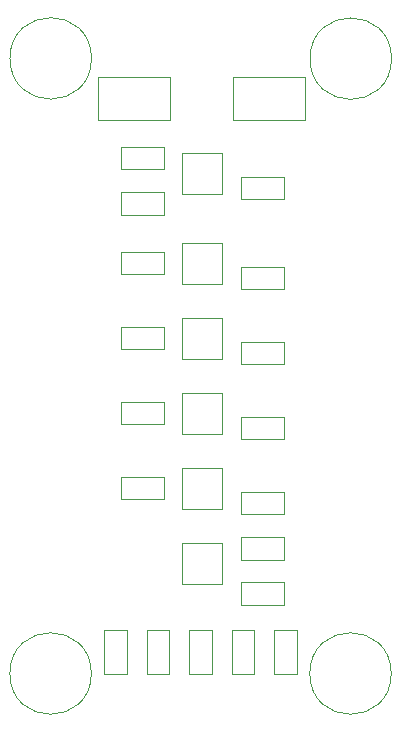
<source format=gbr>
G04 #@! TF.GenerationSoftware,KiCad,Pcbnew,(5.0.2)-1*
G04 #@! TF.CreationDate,2019-06-20T09:18:01+05:30*
G04 #@! TF.ProjectId,CapacityOfBattery,43617061-6369-4747-994f-664261747465,rev?*
G04 #@! TF.SameCoordinates,Original*
G04 #@! TF.FileFunction,Other,User*
%FSLAX46Y46*%
G04 Gerber Fmt 4.6, Leading zero omitted, Abs format (unit mm)*
G04 Created by KiCad (PCBNEW (5.0.2)-1) date 06/20/19 09:18:01*
%MOMM*%
%LPD*%
G01*
G04 APERTURE LIST*
%ADD10C,0.050000*%
G04 APERTURE END LIST*
D10*
G04 #@! TO.C,*
X44651340Y-67734180D02*
G75*
G03X44651340Y-67734180I-3450000J0D01*
G01*
X19258960Y-67734180D02*
G75*
G03X19258960Y-67734180I-3450000J0D01*
G01*
X19269120Y-15654020D02*
G75*
G03X19269120Y-15654020I-3450000J0D01*
G01*
G04 #@! TO.C,Q3*
X30360000Y-47450000D02*
X26960000Y-47450000D01*
X26960000Y-47450000D02*
X26960000Y-43950000D01*
X26960000Y-43950000D02*
X30360000Y-43950000D01*
X30360000Y-43950000D02*
X30360000Y-47450000D01*
G04 #@! TO.C,R9*
X35590000Y-25700000D02*
X35590000Y-27600000D01*
X35590000Y-27600000D02*
X31890000Y-27600000D01*
X31890000Y-27600000D02*
X31890000Y-25700000D01*
X31890000Y-25700000D02*
X35590000Y-25700000D01*
G04 #@! TO.C,Q6*
X30360000Y-27130000D02*
X26960000Y-27130000D01*
X26960000Y-27130000D02*
X26960000Y-23630000D01*
X26960000Y-23630000D02*
X30360000Y-23630000D01*
X30360000Y-23630000D02*
X30360000Y-27130000D01*
G04 #@! TO.C,D2*
X25850000Y-67750000D02*
X23950000Y-67750000D01*
X23950000Y-67750000D02*
X23950000Y-64050000D01*
X23950000Y-64050000D02*
X25850000Y-64050000D01*
X25850000Y-64050000D02*
X25850000Y-67750000D01*
G04 #@! TO.C,D3*
X29450000Y-64050000D02*
X29450000Y-67750000D01*
X27550000Y-64050000D02*
X29450000Y-64050000D01*
X27550000Y-67750000D02*
X27550000Y-64050000D01*
X29450000Y-67750000D02*
X27550000Y-67750000D01*
G04 #@! TO.C,D4*
X33050000Y-67750000D02*
X31150000Y-67750000D01*
X31150000Y-67750000D02*
X31150000Y-64050000D01*
X31150000Y-64050000D02*
X33050000Y-64050000D01*
X33050000Y-64050000D02*
X33050000Y-67750000D01*
G04 #@! TO.C,D5*
X36650000Y-64050000D02*
X36650000Y-67750000D01*
X34750000Y-64050000D02*
X36650000Y-64050000D01*
X34750000Y-67750000D02*
X34750000Y-64050000D01*
X36650000Y-67750000D02*
X34750000Y-67750000D01*
G04 #@! TO.C,D1*
X22250833Y-67759934D02*
X20350833Y-67759934D01*
X20350833Y-67759934D02*
X20350833Y-64059934D01*
X20350833Y-64059934D02*
X22250833Y-64059934D01*
X22250833Y-64059934D02*
X22250833Y-67759934D01*
G04 #@! TO.C,R6*
X35590000Y-60010000D02*
X35590000Y-61910000D01*
X35590000Y-61910000D02*
X31890000Y-61910000D01*
X31890000Y-61910000D02*
X31890000Y-60010000D01*
X31890000Y-60010000D02*
X35590000Y-60010000D01*
G04 #@! TO.C,R7*
X21730000Y-26990000D02*
X25430000Y-26990000D01*
X21730000Y-28890000D02*
X21730000Y-26990000D01*
X25430000Y-28890000D02*
X21730000Y-28890000D01*
X25430000Y-26990000D02*
X25430000Y-28890000D01*
G04 #@! TO.C,R8*
X21730000Y-25060000D02*
X21730000Y-23160000D01*
X21730000Y-23160000D02*
X25430000Y-23160000D01*
X25430000Y-23160000D02*
X25430000Y-25060000D01*
X25430000Y-25060000D02*
X21730000Y-25060000D01*
G04 #@! TO.C,J2*
X19790000Y-17250000D02*
X19790000Y-20850000D01*
X25940000Y-17250000D02*
X19790000Y-17250000D01*
X25940000Y-20850000D02*
X25940000Y-17250000D01*
X19790000Y-20850000D02*
X25940000Y-20850000D01*
G04 #@! TO.C,J1*
X31220000Y-20850000D02*
X37370000Y-20850000D01*
X37370000Y-20850000D02*
X37370000Y-17250000D01*
X37370000Y-17250000D02*
X31220000Y-17250000D01*
X31220000Y-17250000D02*
X31220000Y-20850000D01*
G04 #@! TO.C,Q1*
X30360000Y-34750000D02*
X26960000Y-34750000D01*
X26960000Y-34750000D02*
X26960000Y-31250000D01*
X26960000Y-31250000D02*
X30360000Y-31250000D01*
X30360000Y-31250000D02*
X30360000Y-34750000D01*
G04 #@! TO.C,Q2*
X30360000Y-37600000D02*
X30360000Y-41100000D01*
X26960000Y-37600000D02*
X30360000Y-37600000D01*
X26960000Y-41100000D02*
X26960000Y-37600000D01*
X30360000Y-41100000D02*
X26960000Y-41100000D01*
G04 #@! TO.C,Q4*
X30360000Y-50300000D02*
X30360000Y-53800000D01*
X26960000Y-50300000D02*
X30360000Y-50300000D01*
X26960000Y-53800000D02*
X26960000Y-50300000D01*
X30360000Y-53800000D02*
X26960000Y-53800000D01*
G04 #@! TO.C,Q5*
X30360000Y-60150000D02*
X26960000Y-60150000D01*
X26960000Y-60150000D02*
X26960000Y-56650000D01*
X26960000Y-56650000D02*
X30360000Y-56650000D01*
X30360000Y-56650000D02*
X30360000Y-60150000D01*
G04 #@! TO.C,R1*
X35590000Y-33320000D02*
X35590000Y-35220000D01*
X35590000Y-35220000D02*
X31890000Y-35220000D01*
X31890000Y-35220000D02*
X31890000Y-33320000D01*
X31890000Y-33320000D02*
X35590000Y-33320000D01*
G04 #@! TO.C,R3*
X31890000Y-46020000D02*
X35590000Y-46020000D01*
X31890000Y-47920000D02*
X31890000Y-46020000D01*
X35590000Y-47920000D02*
X31890000Y-47920000D01*
X35590000Y-46020000D02*
X35590000Y-47920000D01*
G04 #@! TO.C,R4*
X35590000Y-52370000D02*
X35590000Y-54270000D01*
X35590000Y-54270000D02*
X31890000Y-54270000D01*
X31890000Y-54270000D02*
X31890000Y-52370000D01*
X31890000Y-52370000D02*
X35590000Y-52370000D01*
G04 #@! TO.C,R5*
X31890000Y-56200000D02*
X35590000Y-56200000D01*
X31890000Y-58100000D02*
X31890000Y-56200000D01*
X35590000Y-58100000D02*
X31890000Y-58100000D01*
X35590000Y-56200000D02*
X35590000Y-58100000D01*
G04 #@! TO.C,RL1*
X21730000Y-33950000D02*
X21730000Y-32050000D01*
X21730000Y-32050000D02*
X25430000Y-32050000D01*
X25430000Y-32050000D02*
X25430000Y-33950000D01*
X25430000Y-33950000D02*
X21730000Y-33950000D01*
G04 #@! TO.C,RL2*
X25430000Y-40300000D02*
X21730000Y-40300000D01*
X25430000Y-38400000D02*
X25430000Y-40300000D01*
X21730000Y-38400000D02*
X25430000Y-38400000D01*
X21730000Y-40300000D02*
X21730000Y-38400000D01*
G04 #@! TO.C,RL3*
X21730000Y-46650000D02*
X21730000Y-44750000D01*
X21730000Y-44750000D02*
X25430000Y-44750000D01*
X25430000Y-44750000D02*
X25430000Y-46650000D01*
X25430000Y-46650000D02*
X21730000Y-46650000D01*
G04 #@! TO.C,RL4*
X25430000Y-53000000D02*
X21730000Y-53000000D01*
X25430000Y-51100000D02*
X25430000Y-53000000D01*
X21730000Y-51100000D02*
X25430000Y-51100000D01*
X21730000Y-53000000D02*
X21730000Y-51100000D01*
G04 #@! TO.C,R2*
X35590000Y-39670000D02*
X35590000Y-41570000D01*
X35590000Y-41570000D02*
X31890000Y-41570000D01*
X31890000Y-41570000D02*
X31890000Y-39670000D01*
X31890000Y-39670000D02*
X35590000Y-39670000D01*
G04 #@! TO.C,*
X44674200Y-15674340D02*
G75*
G03X44674200Y-15674340I-3450000J0D01*
G01*
G04 #@! TD*
M02*

</source>
